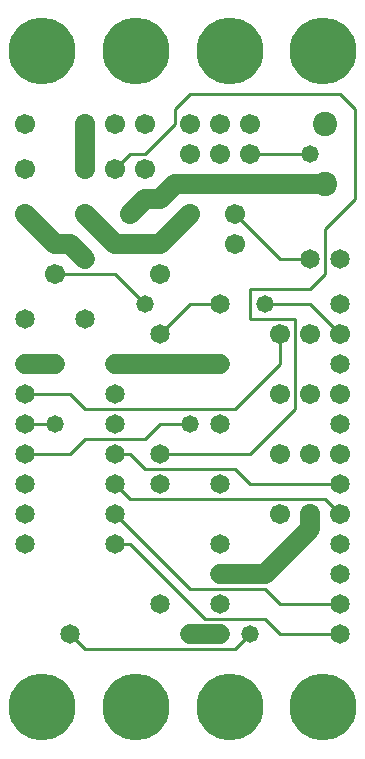
<source format=gbl>
%MOIN*%
%FSLAX25Y25*%
G04 D10 used for Character Trace; *
G04     Circle (OD=.01000) (No hole)*
G04 D11 used for Power Trace; *
G04     Circle (OD=.06700) (No hole)*
G04 D12 used for Signal Trace; *
G04     Circle (OD=.01100) (No hole)*
G04 D13 used for Via; *
G04     Circle (OD=.05800) (Round. Hole ID=.02800)*
G04 D14 used for Component hole; *
G04     Circle (OD=.06500) (Round. Hole ID=.03500)*
G04 D15 used for Component hole; *
G04     Circle (OD=.06700) (Round. Hole ID=.04300)*
G04 D16 used for Component hole; *
G04     Circle (OD=.08100) (Round. Hole ID=.05100)*
G04 D17 used for Component hole; *
G04     Circle (OD=.08900) (Round. Hole ID=.05900)*
G04 D18 used for Component hole; *
G04     Circle (OD=.11300) (Round. Hole ID=.08300)*
G04 D19 used for Component hole; *
G04     Circle (OD=.16000) (Round. Hole ID=.13000)*
G04 D20 used for Component hole; *
G04     Circle (OD=.18300) (Round. Hole ID=.15300)*
G04 D21 used for Component hole; *
G04     Circle (OD=.22291) (Round. Hole ID=.19291)*
%ADD10C,.01000*%
%ADD11C,.06700*%
%ADD12C,.01100*%
%ADD13C,.05800*%
%ADD14C,.06500*%
%ADD15C,.06700*%
%ADD16C,.08100*%
%ADD17C,.08900*%
%ADD18C,.11300*%
%ADD19C,.16000*%
%ADD20C,.18300*%
%ADD21C,.22291*%
%IPPOS*%
%LPD*%
G90*X0Y0D02*D21*X15625Y15625D03*D12*              
X30000Y35000D02*X80000D01*X85000Y40000D01*D13*D03*
D12*X95000D02*X90000Y45000D01*X95000Y40000D02*    
X115000D01*D14*D03*Y50000D03*D12*X95000D01*       
X90000Y55000D01*X65000D01*X40000Y80000D01*D14*D03*
D12*X45000Y85000D02*X110000D01*X115000Y80000D01*  
D15*D03*D14*Y90000D03*D12*X85000D01*              
X80000Y95000D01*X50000D01*X45000Y100000D01*       
X40000D01*D14*D03*D12*X25000D02*X30000Y105000D01* 
X10000Y100000D02*X25000D01*D14*X10000D03*D13*     
X20000Y110000D03*D12*X10000D01*D14*D03*Y120000D03*
D12*X25000D01*X30000Y115000D01*X80000D01*         
X95000Y130000D01*Y140000D01*D15*D03*D12*          
X100000Y115000D02*Y145000D01*X85000Y100000D02*    
X100000Y115000D01*X55000Y100000D02*X85000D01*D14* 
X55000D03*D12*X30000Y105000D02*X50000D01*D14*     
X40000Y110000D03*Y120000D03*Y90000D03*D12*        
X45000Y85000D01*D14*X55000Y90000D03*              
X40000Y70000D03*D12*X45000D01*X70000Y45000D01*    
X90000D01*D14*X75000Y60000D03*D11*X90000D01*      
X105000Y75000D01*Y80000D01*D15*D03*D14*           
X115000Y70000D03*D15*X95000Y80000D03*             
X115000Y100000D03*X105000D03*X95000D03*D14*       
X115000Y60000D03*X75000Y110000D03*Y50000D03*      
X115000Y110000D03*X75000Y90000D03*Y70000D03*      
X65000Y40000D03*D11*X75000D01*D14*D03*            
X55000Y50000D03*D21*X78125Y15625D03*X46875D03*    
X109375D03*D12*X30000Y35000D02*X25000Y40000D01*   
D14*D03*X10000Y70000D03*Y80000D03*Y90000D03*D12*  
X50000Y105000D02*X55000Y110000D01*X65000D01*D13*  
D03*D14*X75000Y130000D03*D11*X40000D01*D14*D03*   
X55000Y140000D03*D12*X65000Y150000D01*X75000D01*  
D14*D03*D12*X85000Y145000D02*X100000D01*D15*      
X105000Y140000D03*D12*X115000D02*                 
X105000Y150000D01*D15*X115000Y140000D03*D12*      
X90000Y150000D02*X105000D01*D13*X90000D03*D12*    
X85000Y145000D02*Y155000D01*X105000D01*           
X110000Y160000D01*Y175000D01*X120000Y185000D01*   
Y215000D01*X115000Y220000D01*X65000D01*           
X60000Y215000D01*Y210000D01*X50000Y200000D01*     
X45000D01*X40000Y195000D01*D15*D03*D11*           
X45000Y180000D02*X50000Y185000D01*D15*            
X45000Y180000D03*D11*X50000Y185000D02*X55000D01*  
X60000Y190000D01*X80000D01*D15*D03*D11*X110000D01*
D16*D03*D13*X105000Y200000D03*D12*X85000D01*D15*  
D03*X75000Y210000D03*X85000D03*X75000Y200000D03*  
X65000Y180000D03*D11*X55000Y170000D01*X40000D01*  
X30000Y180000D01*D15*D03*D11*X20000Y170000D02*    
X25000D01*X30000Y165000D01*D13*D03*D12*           
X50000Y150000D02*X40000Y160000D01*D13*            
X50000Y150000D03*D12*X20000Y160000D02*X40000D01*  
D15*X20000D03*D11*Y170000D02*X10000Y180000D01*D15*
D03*Y195000D03*X30000D03*D11*Y210000D01*D15*D03*  
X40000D03*X50000Y195000D03*Y210000D03*X10000D03*  
D21*X46875Y234375D03*X15625D03*D15*               
X65000Y200000D03*Y210000D03*X80000Y170000D03*     
Y180000D03*D12*X95000Y165000D01*X105000D01*D14*   
D03*X115000D03*Y150000D03*Y130000D03*D15*         
X95000Y120000D03*D16*X110000Y210000D03*D15*       
X105000Y120000D03*X115000D03*X55000Y160000D03*D21*
X109375Y234375D03*X78125D03*D14*X30000Y145000D03* 
D13*X20000Y130000D03*D11*X10000D01*D14*D03*       
Y145000D03*M02*                                   

</source>
